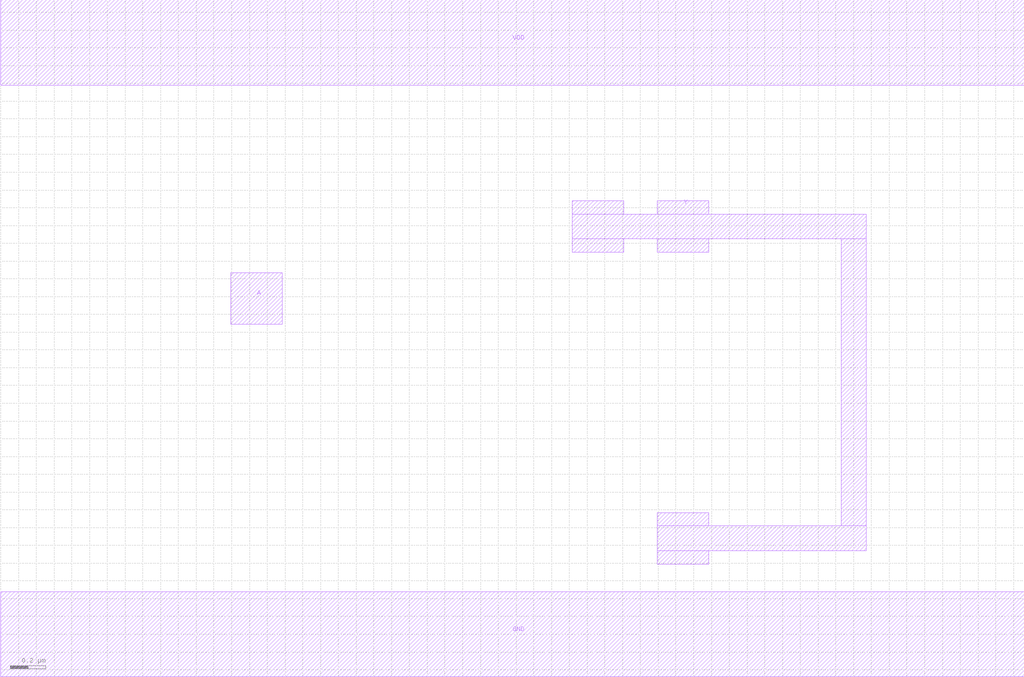
<source format=lef>
MACRO BUFX4
 CLASS CORE ;
 FOREIGN BUFX4 0 0 ;
 ORIGIN 0 0 ;
 SYMMETRY X Y R90 ;
 SITE CORE ;
  PIN VDD
   DIRECTION INOUT ;
   USE SIGNAL ;
   SHAPE ABUTMENT ;
    PORT
     CLASS CORE ;
       LAYER metal2 ;
        RECT 0.00000000 3.09000000 5.76000000 3.57000000 ;
    END
  END VDD

  PIN GND
   DIRECTION INOUT ;
   USE SIGNAL ;
   SHAPE ABUTMENT ;
    PORT
     CLASS CORE ;
       LAYER metal2 ;
        RECT 0.00000000 -0.24000000 5.76000000 0.24000000 ;
    END
  END GND

  PIN Y
   DIRECTION INOUT ;
   USE SIGNAL ;
   SHAPE ABUTMENT ;
    PORT
     CLASS CORE ;
       LAYER metal2 ;
        RECT 3.69500000 0.39500000 3.98500000 0.47000000 ;
        RECT 3.69500000 0.47000000 4.87000000 0.61000000 ;
        RECT 3.69500000 0.61000000 3.98500000 0.68500000 ;
        RECT 3.21500000 2.15000000 3.50500000 2.22500000 ;
        RECT 3.69500000 2.15000000 3.98500000 2.22500000 ;
        RECT 4.73000000 0.61000000 4.87000000 2.22500000 ;
        RECT 3.21500000 2.22500000 4.87000000 2.36500000 ;
        RECT 3.21500000 2.36500000 3.50500000 2.44000000 ;
        RECT 3.69500000 2.36500000 3.98500000 2.44000000 ;
    END
  END Y

  PIN A
   DIRECTION INOUT ;
   USE SIGNAL ;
   SHAPE ABUTMENT ;
    PORT
     CLASS CORE ;
       LAYER metal2 ;
        RECT 1.29500000 1.74500000 1.58500000 2.03500000 ;
    END
  END A


END BUFX4

</source>
